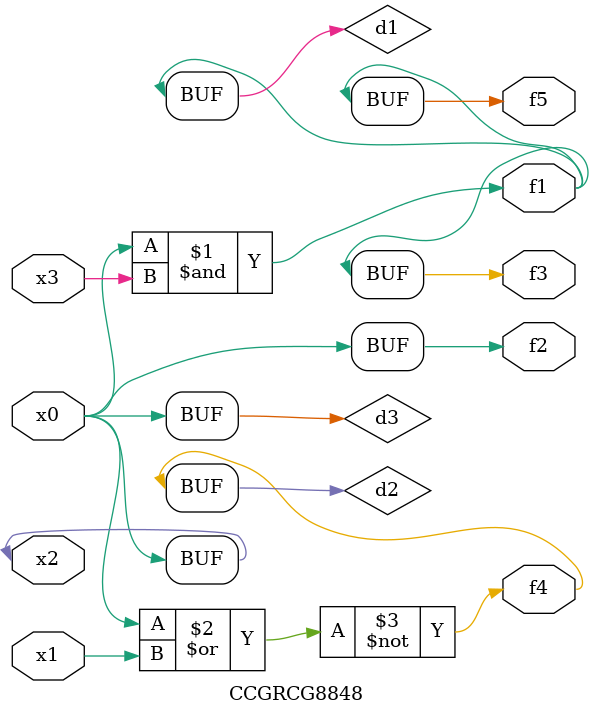
<source format=v>
module CCGRCG8848(
	input x0, x1, x2, x3,
	output f1, f2, f3, f4, f5
);

	wire d1, d2, d3;

	and (d1, x2, x3);
	nor (d2, x0, x1);
	buf (d3, x0, x2);
	assign f1 = d1;
	assign f2 = d3;
	assign f3 = d1;
	assign f4 = d2;
	assign f5 = d1;
endmodule

</source>
